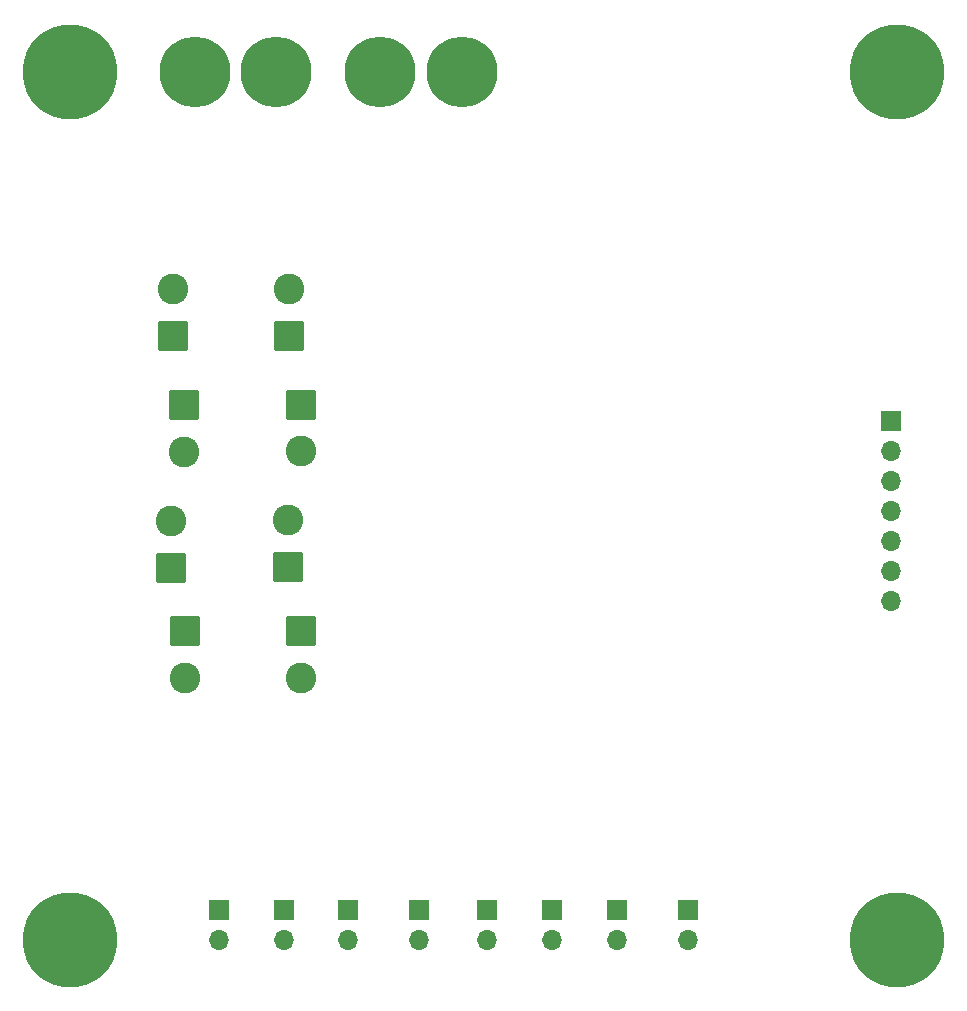
<source format=gbr>
%TF.GenerationSoftware,KiCad,Pcbnew,(6.0.1)*%
%TF.CreationDate,2022-01-20T11:55:35+01:00*%
%TF.ProjectId,BTS-MainBoard-Power,4254532d-4d61-4696-9e42-6f6172642d50,rev?*%
%TF.SameCoordinates,Original*%
%TF.FileFunction,Soldermask,Bot*%
%TF.FilePolarity,Negative*%
%FSLAX46Y46*%
G04 Gerber Fmt 4.6, Leading zero omitted, Abs format (unit mm)*
G04 Created by KiCad (PCBNEW (6.0.1)) date 2022-01-20 11:55:35*
%MOMM*%
%LPD*%
G01*
G04 APERTURE LIST*
G04 Aperture macros list*
%AMRoundRect*
0 Rectangle with rounded corners*
0 $1 Rounding radius*
0 $2 $3 $4 $5 $6 $7 $8 $9 X,Y pos of 4 corners*
0 Add a 4 corners polygon primitive as box body*
4,1,4,$2,$3,$4,$5,$6,$7,$8,$9,$2,$3,0*
0 Add four circle primitives for the rounded corners*
1,1,$1+$1,$2,$3*
1,1,$1+$1,$4,$5*
1,1,$1+$1,$6,$7*
1,1,$1+$1,$8,$9*
0 Add four rect primitives between the rounded corners*
20,1,$1+$1,$2,$3,$4,$5,0*
20,1,$1+$1,$4,$5,$6,$7,0*
20,1,$1+$1,$6,$7,$8,$9,0*
20,1,$1+$1,$8,$9,$2,$3,0*%
G04 Aperture macros list end*
%ADD10RoundRect,0.270834X1.029166X-1.029166X1.029166X1.029166X-1.029166X1.029166X-1.029166X-1.029166X0*%
%ADD11C,2.600000*%
%ADD12C,8.000000*%
%ADD13C,0.900000*%
%ADD14R,1.700000X1.700000*%
%ADD15O,1.700000X1.700000*%
%ADD16C,0.800000*%
%ADD17C,6.000000*%
%ADD18RoundRect,0.270834X-1.029166X1.029166X-1.029166X-1.029166X1.029166X-1.029166X1.029166X1.029166X0*%
G04 APERTURE END LIST*
D10*
%TO.C,J10*%
X132400000Y-90960000D03*
D11*
X132400000Y-87000000D03*
%TD*%
D12*
%TO.C,H4*%
X184000000Y-122500000D03*
D13*
X187000000Y-122500000D03*
X184000000Y-125500000D03*
X181878680Y-120378680D03*
X186121320Y-120378680D03*
X181000000Y-122500000D03*
X181878680Y-124621320D03*
X184000000Y-119500000D03*
X186121320Y-124621320D03*
%TD*%
D14*
%TO.C,J12*%
X132075000Y-119960000D03*
D15*
X132075000Y-122500000D03*
%TD*%
D16*
%TO.C,H6*%
X145609010Y-47409010D03*
D17*
X147200000Y-49000000D03*
D16*
X144950000Y-49000000D03*
X147200000Y-51250000D03*
X148790990Y-50590990D03*
X148790990Y-47409010D03*
X147200000Y-46750000D03*
X149450000Y-49000000D03*
X145609010Y-50590990D03*
%TD*%
%TO.C,H5*%
X137950000Y-49000000D03*
X142450000Y-49000000D03*
X140200000Y-46750000D03*
D17*
X140200000Y-49000000D03*
D16*
X138609010Y-50590990D03*
X141790990Y-47409010D03*
X141790990Y-50590990D03*
X138609010Y-47409010D03*
X140200000Y-51250000D03*
%TD*%
D18*
%TO.C,J9*%
X133505000Y-77200000D03*
D11*
X133505000Y-81160000D03*
%TD*%
D10*
%TO.C,J4*%
X122495000Y-91000000D03*
D11*
X122495000Y-87040000D03*
%TD*%
D14*
%TO.C,J18*%
X154800000Y-120000000D03*
D15*
X154800000Y-122540000D03*
%TD*%
D13*
%TO.C,H2*%
X181000000Y-49000000D03*
X186121320Y-46878680D03*
D12*
X184000000Y-49000000D03*
D13*
X187000000Y-49000000D03*
X181878680Y-51121320D03*
X181878680Y-46878680D03*
X186121320Y-51121320D03*
X184000000Y-46000000D03*
X184000000Y-52000000D03*
%TD*%
D14*
%TO.C,J14*%
X143550000Y-119960000D03*
D15*
X143550000Y-122500000D03*
%TD*%
D14*
%TO.C,J16*%
X137550000Y-119960000D03*
D15*
X137550000Y-122500000D03*
%TD*%
D10*
%TO.C,J6*%
X122695000Y-71400000D03*
D11*
X122695000Y-67440000D03*
%TD*%
D14*
%TO.C,J17*%
X149275000Y-120000000D03*
D15*
X149275000Y-122540000D03*
%TD*%
D14*
%TO.C,J13*%
X160275000Y-120000000D03*
D15*
X160275000Y-122540000D03*
%TD*%
D12*
%TO.C,H3*%
X114000000Y-122500000D03*
D13*
X116121320Y-124621320D03*
X116121320Y-120378680D03*
X111878680Y-120378680D03*
X111000000Y-122500000D03*
X114000000Y-125500000D03*
X117000000Y-122500000D03*
X114000000Y-119500000D03*
X111878680Y-124621320D03*
%TD*%
D18*
%TO.C,J8*%
X133505000Y-96400000D03*
D11*
X133505000Y-100360000D03*
%TD*%
D18*
%TO.C,J7*%
X123705000Y-96400000D03*
D11*
X123705000Y-100360000D03*
%TD*%
D16*
%TO.C,H8*%
X123009010Y-47409010D03*
X124600000Y-51250000D03*
X123009010Y-50590990D03*
D17*
X124600000Y-49000000D03*
D16*
X126190990Y-47409010D03*
X124600000Y-46750000D03*
X126190990Y-50590990D03*
X122350000Y-49000000D03*
X126850000Y-49000000D03*
%TD*%
D14*
%TO.C,J15*%
X126550000Y-119960000D03*
D15*
X126550000Y-122500000D03*
%TD*%
D14*
%TO.C,J3*%
X183500000Y-78625000D03*
D15*
X183500000Y-81165000D03*
X183500000Y-83705000D03*
X183500000Y-86245000D03*
X183500000Y-88785000D03*
X183500000Y-91325000D03*
X183500000Y-93865000D03*
%TD*%
D10*
%TO.C,J5*%
X132495000Y-71400000D03*
D11*
X132495000Y-67440000D03*
%TD*%
D18*
%TO.C,J11*%
X123600000Y-77240000D03*
D11*
X123600000Y-81200000D03*
%TD*%
D14*
%TO.C,J19*%
X166275000Y-120000000D03*
D15*
X166275000Y-122540000D03*
%TD*%
D12*
%TO.C,H1*%
X114000000Y-49000000D03*
D13*
X114000000Y-52000000D03*
X111000000Y-49000000D03*
X117000000Y-49000000D03*
X116121320Y-46878680D03*
X116121320Y-51121320D03*
X111878680Y-46878680D03*
X114000000Y-46000000D03*
X111878680Y-51121320D03*
%TD*%
D16*
%TO.C,H7*%
X129809010Y-50590990D03*
D17*
X131400000Y-49000000D03*
D16*
X132990990Y-50590990D03*
X129150000Y-49000000D03*
X131400000Y-51250000D03*
X131400000Y-46750000D03*
X132990990Y-47409010D03*
X129809010Y-47409010D03*
X133650000Y-49000000D03*
%TD*%
M02*

</source>
